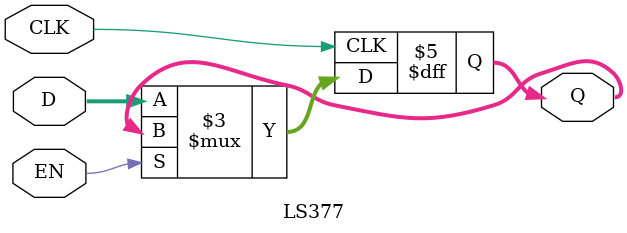
<source format=v>
module LS377(
    input wire CLK,         // Ê±ÖÓÐÅºÅ
    input wire EN,          // Ê¹ÄÜÐÅºÅ
    input wire [7:0] D,     // 8-bit Êý¾ÝÊäÈë
    output reg [7:0] Q      // 8-bit Êý¾ÝÊä³ö
);
    always @(posedge CLK) begin
        if (~EN) begin
            Q <= D;         // Èç¹ûÊ¹ÄÜÐÅºÅÓÐÐ§£¬ÔÚÊ±ÖÓÉÏÉýÑØ½«DÊý¾ÝËø´æµ½QÊä³ö
        end
    end

endmodule

</source>
